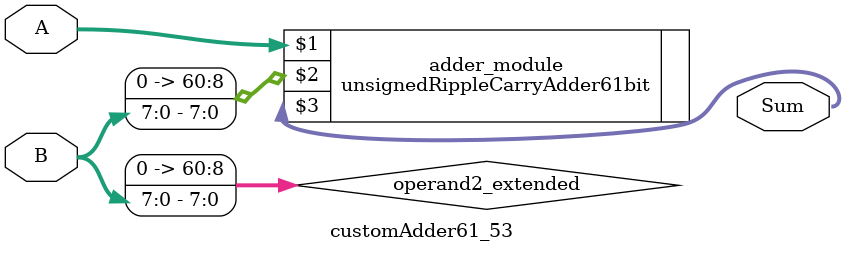
<source format=v>
module customAdder61_53(
                        input [60 : 0] A,
                        input [7 : 0] B,
                        
                        output [61 : 0] Sum
                );

        wire [60 : 0] operand2_extended;
        
        assign operand2_extended =  {53'b0, B};
        
        unsignedRippleCarryAdder61bit adder_module(
            A,
            operand2_extended,
            Sum
        );
        
        endmodule
        
</source>
